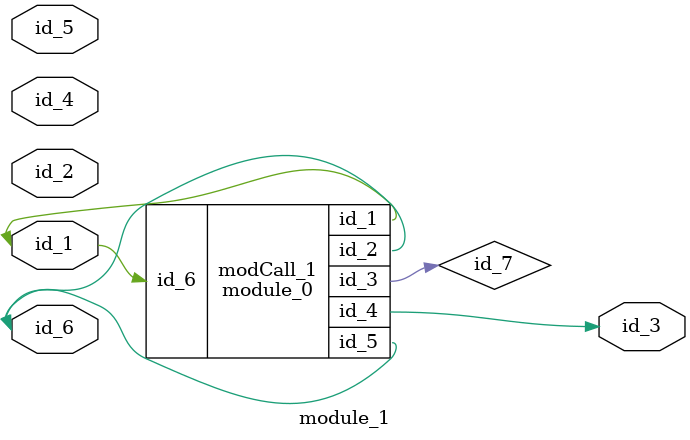
<source format=v>
module module_0 (
    id_1,
    id_2,
    id_3,
    id_4,
    id_5,
    id_6
);
  input wire id_6;
  inout wire id_5;
  output wire id_4;
  inout wire id_3;
  inout wire id_2;
  output wire id_1;
  initial id_4 = -1;
  wire id_7, id_8, id_9;
endmodule
module module_1 (
    id_1,
    id_2,
    id_3,
    id_4,
    id_5,
    id_6
);
  inout wire id_6;
  input wire id_5;
  input wire id_4;
  output wire id_3;
  inout wire id_2;
  inout wire id_1;
  wire id_7;
  module_0 modCall_1 (
      id_1,
      id_6,
      id_7,
      id_3,
      id_6,
      id_1
  );
endmodule

</source>
